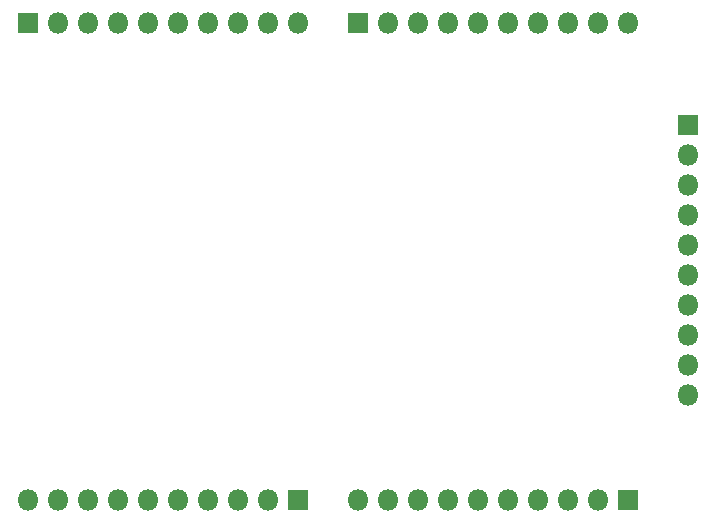
<source format=gbr>
%TF.GenerationSoftware,KiCad,Pcbnew,(5.1.6)-1*%
%TF.CreationDate,2020-12-27T15:21:12+01:00*%
%TF.ProjectId,XY_ADAPTER_FPC50,58595f41-4441-4505-9445-525f46504335,rev?*%
%TF.SameCoordinates,Original*%
%TF.FileFunction,Soldermask,Bot*%
%TF.FilePolarity,Negative*%
%FSLAX46Y46*%
G04 Gerber Fmt 4.6, Leading zero omitted, Abs format (unit mm)*
G04 Created by KiCad (PCBNEW (5.1.6)-1) date 2020-12-27 15:21:12*
%MOMM*%
%LPD*%
G01*
G04 APERTURE LIST*
%ADD10O,1.800000X1.800000*%
%ADD11R,1.800000X1.800000*%
G04 APERTURE END LIST*
D10*
%TO.C,J6*%
X74600000Y-120320000D03*
X77140000Y-120320000D03*
X79680000Y-120320000D03*
X82220000Y-120320000D03*
X84760000Y-120320000D03*
X87300000Y-120320000D03*
X89840000Y-120320000D03*
X92380000Y-120320000D03*
X94920000Y-120320000D03*
D11*
X97460000Y-120320000D03*
%TD*%
D10*
%TO.C,J5*%
X102540000Y-120320000D03*
X105080000Y-120320000D03*
X107620000Y-120320000D03*
X110160000Y-120320000D03*
X112700000Y-120320000D03*
X115240000Y-120320000D03*
X117780000Y-120320000D03*
X120320000Y-120320000D03*
X122860000Y-120320000D03*
D11*
X125400000Y-120320000D03*
%TD*%
D10*
%TO.C,J4*%
X130480000Y-111430000D03*
X130480000Y-108890000D03*
X130480000Y-106350000D03*
X130480000Y-103810000D03*
X130480000Y-101270000D03*
X130480000Y-98730000D03*
X130480000Y-96190000D03*
X130480000Y-93650000D03*
X130480000Y-91110000D03*
D11*
X130480000Y-88570000D03*
%TD*%
D10*
%TO.C,J3*%
X125400000Y-79960000D03*
X122860000Y-79960000D03*
X120320000Y-79960000D03*
X117780000Y-79960000D03*
X115240000Y-79960000D03*
X112700000Y-79960000D03*
X110160000Y-79960000D03*
X107620000Y-79960000D03*
X105080000Y-79960000D03*
D11*
X102540000Y-79960000D03*
%TD*%
D10*
%TO.C,J2*%
X97460000Y-79960000D03*
X94920000Y-79960000D03*
X92380000Y-79960000D03*
X89840000Y-79960000D03*
X87300000Y-79960000D03*
X84760000Y-79960000D03*
X82220000Y-79960000D03*
X79680000Y-79960000D03*
X77140000Y-79960000D03*
D11*
X74600000Y-79960000D03*
%TD*%
M02*

</source>
